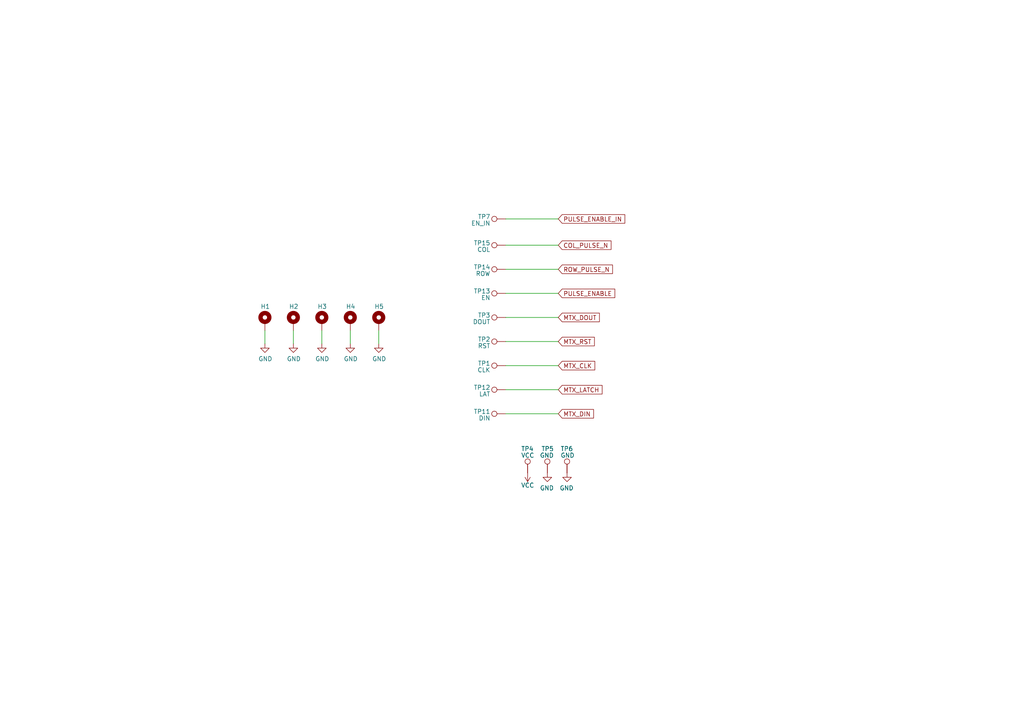
<source format=kicad_sch>
(kicad_sch (version 20211123) (generator eeschema)
  (paper "A4")
  (title_block (title "Luminator MAX3000 Custom Driver Board") (date "2023-03-21") (rev "E"))
  (lib_symbols
    (symbol "Connector:TestPoint" (pin_numbers hide) (pin_names (offset 0.762) hide)
      (property "Reference" "TP" (at 0 6.858 0))
      (property "Value" "TestPoint" (at 0 5.08 0))
      (symbol "TestPoint_0_1"
        (circle (center 0 3.302) (radius 0.762))
      )
      (symbol "TestPoint_1_1"
        (pin passive line (at 0 0 90) (length 2.54) (name "1") (number "1"))
      )
    )
    (symbol "Mechanical:MountingHole_Pad" (pin_numbers hide) (pin_names (offset 1.016) hide)
      (property "Reference" "H" (at 0 6.35 0))
      (property "Value" "MountingHole_Pad" (at 0 4.445 0))
      (symbol "MountingHole_Pad_0_1"
        (circle (center 0 1.27) (radius 1.27) (stroke (width 1.27)))
      )
      (symbol "MountingHole_Pad_1_1"
        (pin input line (at 0 -2.54 90) (length 2.54) (name "1") (number "1"))
      )
    )
    (symbol "power:GND" (power) (pin_names (offset 0))
      (property "Value" "GND" (at 0 -3.81 0))
      (symbol "GND_0_1"
        (polyline (pts (xy 0 0) (xy 0 -1.27) (xy 1.27 -1.27) (xy 0 -2.54) (xy -1.27 -1.27) (xy 0 -1.27)))
      )
      (symbol "GND_1_1"
        (pin power_in line (at 0 0 270) (length 0) hide (name "GND") (number "1"))
      )
    )
    (symbol "power:VCC" (power) (pin_names (offset 0))
      (property "Value" "VCC" (at 0 3.81 0))
      (symbol "VCC_0_1"
        (polyline (pts (xy -0.762 1.27) (xy 0 2.54)))
        (polyline (pts (xy 0 0) (xy 0 2.54)))
        (polyline (pts (xy 0 2.54) (xy 0.762 1.27)))
      )
      (symbol "VCC_1_1"
        (pin power_in line (at 0 0 90) (length 0) hide (name "VCC") (number "1"))
      )
    )
  )
  (wire (pts (xy 109.855 95.885) (xy 109.855 99.695)))
  (wire (pts (xy 161.925 99.06) (xy 146.685 99.06)))
  (wire (pts (xy 161.925 63.5) (xy 146.685 63.5)))
  (wire (pts (xy 76.835 95.885) (xy 76.835 99.695)))
  (wire (pts (xy 93.345 95.885) (xy 93.345 99.695)))
  (wire (pts (xy 161.925 92.075) (xy 146.685 92.075)))
  (wire (pts (xy 85.09 95.885) (xy 85.09 99.695)))
  (wire (pts (xy 161.925 85.09) (xy 146.685 85.09)))
  (wire (pts (xy 161.925 106.045) (xy 146.685 106.045)))
  (wire (pts (xy 161.925 71.12) (xy 146.685 71.12)))
  (wire (pts (xy 101.6 95.885) (xy 101.6 99.695)))
  (wire (pts (xy 161.925 78.105) (xy 146.685 78.105)))
  (wire (pts (xy 161.925 113.03) (xy 146.685 113.03)))
  (wire (pts (xy 161.925 120.015) (xy 146.685 120.015)))
  (global_label "MTX_LATCH" (shape input) (at 161.925 113.03 0) (property "Intersheet References" "${INTERSHEET_REFS}" (effects hide)))
  (global_label "PULSE_ENABLE" (shape input) (at 161.925 85.09 0) (property "Intersheet References" "${INTERSHEET_REFS}" (effects hide)))
  (global_label "MTX_DIN" (shape input) (at 161.925 120.015 0) (property "Intersheet References" "${INTERSHEET_REFS}" (effects hide)))
  (global_label "ROW_PULSE_N" (shape input) (at 161.925 78.105 0) (property "Intersheet References" "${INTERSHEET_REFS}" (effects hide)))
  (global_label "MTX_DOUT" (shape input) (at 161.925 92.075 0) (property "Intersheet References" "${INTERSHEET_REFS}" (effects hide)))
  (global_label "MTX_CLK" (shape input) (at 161.925 106.045 0) (property "Intersheet References" "${INTERSHEET_REFS}" (effects hide)))
  (global_label "PULSE_ENABLE_IN" (shape input) (at 161.925 63.5 0) (property "Intersheet References" "${INTERSHEET_REFS}" (effects hide)))
  (global_label "COL_PULSE_N" (shape input) (at 161.925 71.12 0) (property "Intersheet References" "${INTERSHEET_REFS}" (effects hide)))
  (global_label "MTX_RST" (shape input) (at 161.925 99.06 0) (property "Intersheet References" "${INTERSHEET_REFS}" (effects hide)))
  (symbol (lib_id "Connector:TestPoint") (at 146.685 106.045 90) (unit 1)
    (property "Reference" "TP1" (at 142.24 105.41 90) (effects (justify left)))
    (property "Value" "CLK" (at 142.24 107.315 90) (effects (justify left)))
    (property "Footprint" "TestPoint:TestPoint_Pad_D1.5mm" (effects hide))
  )
  (symbol (lib_id "Connector:TestPoint") (at 146.685 63.5 90) (unit 1)
    (property "Reference" "TP7" (at 142.24 62.865 90) (effects (justify left)))
    (property "Value" "EN_IN" (at 142.24 64.77 90) (effects (justify left)))
    (property "Footprint" "TestPoint:TestPoint_Pad_D1.5mm" (effects hide))
  )
  (symbol (lib_id "power:GND") (at 93.345 99.695 0) (unit 1)
    (property "Reference" "#PWR041" (effects hide))
    (property "Value" "GND" (at 93.472 104.0892 0))
  )
  (symbol (lib_id "Connector:TestPoint") (at 146.685 71.12 90) (unit 1)
    (property "Reference" "TP15" (at 142.24 70.485 90) (effects (justify left)))
    (property "Value" "COL" (at 142.24 72.39 90) (effects (justify left)))
    (property "Footprint" "TestPoint:TestPoint_Pad_D1.5mm" (effects hide))
  )
  (symbol (lib_id "Connector:TestPoint") (at 164.465 137.16 0) (unit 1)
    (property "Reference" "TP6" (at 162.56 130.175 0) (effects (justify left)))
    (property "Value" "GND" (at 162.56 132.08 0) (effects (justify left)))
    (property "Footprint" "TestPoint:TestPoint_Keystone_5005-5009_Compact" (effects hide))
    (property "Digikey" "36-5006-ND" (effects hide))
  )
  (symbol (lib_id "Connector:TestPoint") (at 153.035 137.16 0) (unit 1)
    (property "Reference" "TP4" (at 151.13 130.175 0) (effects (justify left)))
    (property "Value" "VCC" (at 151.13 132.08 0) (effects (justify left)))
    (property "Footprint" "TestPoint:TestPoint_Pad_D1.5mm" (effects hide))
  )
  (symbol (lib_id "Connector:TestPoint") (at 146.685 85.09 90) (unit 1)
    (property "Reference" "TP13" (at 142.24 84.455 90) (effects (justify left)))
    (property "Value" "EN" (at 142.24 86.36 90) (effects (justify left)))
    (property "Footprint" "TestPoint:TestPoint_Pad_D1.5mm" (effects hide))
  )
  (symbol (lib_id "Mechanical:MountingHole_Pad") (at 85.09 93.345 0) (unit 1)
    (property "Reference" "H2" (at 83.82 88.9 0) (effects (justify left)))
    (property "Value" "MountingHole_Pad" (effects hide))
    (property "Footprint" "MountingHole:MountingHole_3.5mm_Pad_TopBottom" (effects hide))
  )
  (symbol (lib_id "power:GND") (at 85.09 99.695 0) (unit 1)
    (property "Reference" "#PWR023" (effects hide))
    (property "Value" "GND" (at 85.217 104.0892 0))
  )
  (symbol (lib_id "Connector:TestPoint") (at 146.685 92.075 90) (unit 1)
    (property "Reference" "TP3" (at 142.24 91.44 90) (effects (justify left)))
    (property "Value" "DOUT" (at 142.24 93.345 90) (effects (justify left)))
    (property "Footprint" "TestPoint:TestPoint_Pad_D1.5mm" (effects hide))
  )
  (symbol (lib_id "power:VCC") (at 153.035 137.16 180) (unit 1)
    (property "Reference" "#PWR019" (effects hide))
    (property "Value" "VCC" (at 153.035 140.7645 0))
  )
  (symbol (lib_id "Connector:TestPoint") (at 146.685 113.03 90) (unit 1)
    (property "Reference" "TP12" (at 142.24 112.395 90) (effects (justify left)))
    (property "Value" "LAT" (at 142.24 114.3 90) (effects (justify left)))
    (property "Footprint" "TestPoint:TestPoint_Pad_D1.5mm" (effects hide))
  )
  (symbol (lib_id "Connector:TestPoint") (at 146.685 78.105 90) (unit 1)
    (property "Reference" "TP14" (at 142.24 77.47 90) (effects (justify left)))
    (property "Value" "ROW" (at 142.24 79.375 90) (effects (justify left)))
    (property "Footprint" "TestPoint:TestPoint_Pad_D1.5mm" (effects hide))
  )
  (symbol (lib_id "Mechanical:MountingHole_Pad") (at 93.345 93.345 0) (unit 1)
    (property "Reference" "H3" (at 92.075 88.9 0) (effects (justify left)))
    (property "Value" "MountingHole_Pad" (effects hide))
    (property "Footprint" "MountingHole:MountingHole_3.5mm_Pad_TopBottom" (effects hide))
  )
  (symbol (lib_id "power:GND") (at 76.835 99.695 0) (unit 1)
    (property "Reference" "#PWR022" (effects hide))
    (property "Value" "GND" (at 76.962 104.0892 0))
  )
  (symbol (lib_id "power:GND") (at 158.75 137.16 0) (mirror y) (unit 1)
    (property "Reference" "#PWR020" (effects hide))
    (property "Value" "GND" (at 158.623 141.5542 0))
  )
  (symbol (lib_id "Connector:TestPoint") (at 158.75 137.16 0) (mirror y) (unit 1)
    (property "Reference" "TP5" (at 160.655 130.175 0) (effects (justify left)))
    (property "Value" "GND" (at 160.655 132.08 0) (effects (justify left)))
    (property "Footprint" "TestPoint:TestPoint_Pad_D1.5mm" (effects hide))
  )
  (symbol (lib_id "power:GND") (at 101.6 99.695 0) (unit 1)
    (property "Reference" "#PWR024" (effects hide))
    (property "Value" "GND" (at 101.727 104.0892 0))
  )
  (symbol (lib_id "Mechanical:MountingHole_Pad") (at 109.855 93.345 0) (unit 1)
    (property "Reference" "H5" (at 108.585 88.9 0) (effects (justify left)))
    (property "Value" "MountingHole_Pad" (effects hide))
    (property "Footprint" "MountingHole:MountingHole_4.5mm_Pad_TopBottom" (effects hide))
  )
  (symbol (lib_id "power:GND") (at 109.855 99.695 0) (unit 1)
    (property "Reference" "#PWR025" (effects hide))
    (property "Value" "GND" (at 109.982 104.0892 0))
  )
  (symbol (lib_id "Mechanical:MountingHole_Pad") (at 101.6 93.345 0) (unit 1)
    (property "Reference" "H4" (at 100.33 88.9 0) (effects (justify left)))
    (property "Value" "MountingHole_Pad" (effects hide))
    (property "Footprint" "MountingHole:MountingHole_3.5mm_Pad_TopBottom" (effects hide))
  )
  (symbol (lib_id "Connector:TestPoint") (at 146.685 120.015 90) (unit 1)
    (property "Reference" "TP11" (at 142.24 119.38 90) (effects (justify left)))
    (property "Value" "DIN" (at 142.24 121.285 90) (effects (justify left)))
    (property "Footprint" "TestPoint:TestPoint_Pad_D1.5mm" (effects hide))
  )
  (symbol (lib_id "Connector:TestPoint") (at 146.685 99.06 90) (unit 1)
    (property "Reference" "TP2" (at 142.24 98.425 90) (effects (justify left)))
    (property "Value" "RST" (at 142.24 100.33 90) (effects (justify left)))
    (property "Footprint" "TestPoint:TestPoint_Pad_D1.5mm" (effects hide))
  )
  (symbol (lib_id "power:GND") (at 164.465 137.16 0) (mirror y) (unit 1)
    (property "Reference" "#PWR021" (effects hide))
    (property "Value" "GND" (at 164.338 141.5542 0))
  )
  (symbol (lib_id "Mechanical:MountingHole_Pad") (at 76.835 93.345 0) (unit 1)
    (property "Reference" "H1" (at 75.565 88.9 0) (effects (justify left)))
    (property "Value" "MountingHole_Pad" (effects hide))
    (property "Footprint" "MountingHole:MountingHole_3.5mm_Pad_TopBottom" (effects hide))
  )
)
</source>
